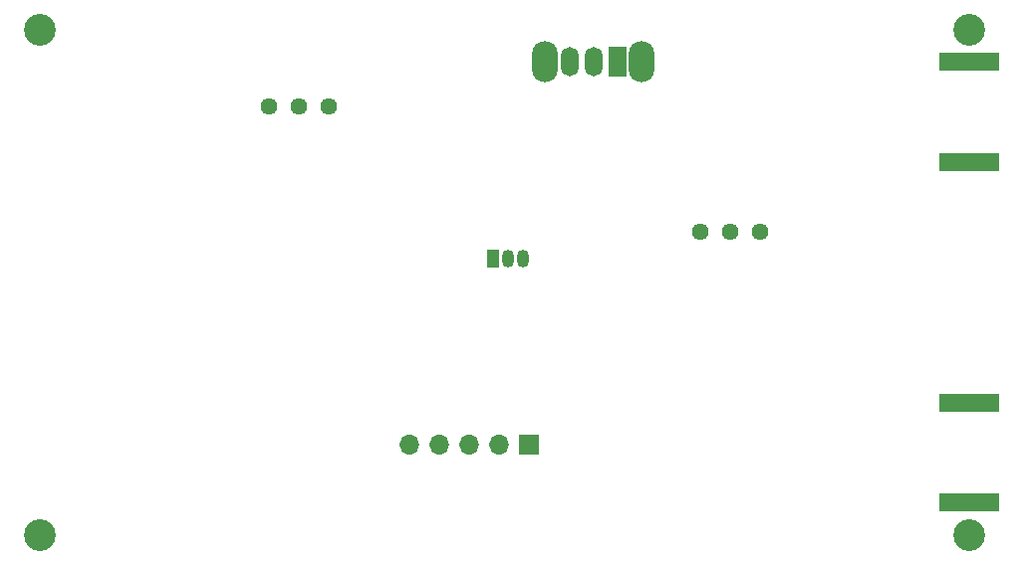
<source format=gbr>
%TF.GenerationSoftware,KiCad,Pcbnew,(6.0.7)*%
%TF.CreationDate,2022-08-18T15:59:35-04:00*%
%TF.ProjectId,RadarProject,52616461-7250-4726-9f6a-6563742e6b69,rev?*%
%TF.SameCoordinates,Original*%
%TF.FileFunction,Soldermask,Bot*%
%TF.FilePolarity,Negative*%
%FSLAX46Y46*%
G04 Gerber Fmt 4.6, Leading zero omitted, Abs format (unit mm)*
G04 Created by KiCad (PCBNEW (6.0.7)) date 2022-08-18 15:59:35*
%MOMM*%
%LPD*%
G01*
G04 APERTURE LIST*
%ADD10R,1.700000X1.700000*%
%ADD11O,1.700000X1.700000*%
%ADD12O,2.200000X3.500000*%
%ADD13R,1.500000X2.500000*%
%ADD14O,1.500000X2.500000*%
%ADD15C,2.700000*%
%ADD16C,1.440000*%
%ADD17R,5.080000X1.500000*%
%ADD18R,1.050000X1.500000*%
%ADD19O,1.050000X1.500000*%
G04 APERTURE END LIST*
D10*
%TO.C,J3*%
X64570000Y-58320000D03*
D11*
X62030000Y-58320000D03*
X59490000Y-58320000D03*
X56950000Y-58320000D03*
X54410000Y-58320000D03*
%TD*%
D12*
%TO.C,SW1*%
X65930000Y-25710000D03*
X74130000Y-25710000D03*
D13*
X72030000Y-25710000D03*
D14*
X70030000Y-25710000D03*
X68030000Y-25710000D03*
%TD*%
D15*
%TO.C,H4*%
X102000000Y-23000000D03*
%TD*%
%TO.C,H3*%
X23000000Y-66000000D03*
%TD*%
%TO.C,H2*%
X102000000Y-66000000D03*
%TD*%
%TO.C,H1*%
X23000000Y-23000000D03*
%TD*%
D16*
%TO.C,RV1*%
X47480000Y-29587500D03*
X44940000Y-29587500D03*
X42400000Y-29587500D03*
%TD*%
D17*
%TO.C,J2*%
X102000000Y-54750000D03*
X102000000Y-63250000D03*
%TD*%
%TO.C,J1*%
X102000000Y-34250000D03*
X102000000Y-25750000D03*
%TD*%
D18*
%TO.C,Q1*%
X61450000Y-42480000D03*
D19*
X62720000Y-42480000D03*
X63990000Y-42480000D03*
%TD*%
D16*
%TO.C,RV2*%
X84190000Y-40247500D03*
X81650000Y-40247500D03*
X79110000Y-40247500D03*
%TD*%
M02*

</source>
